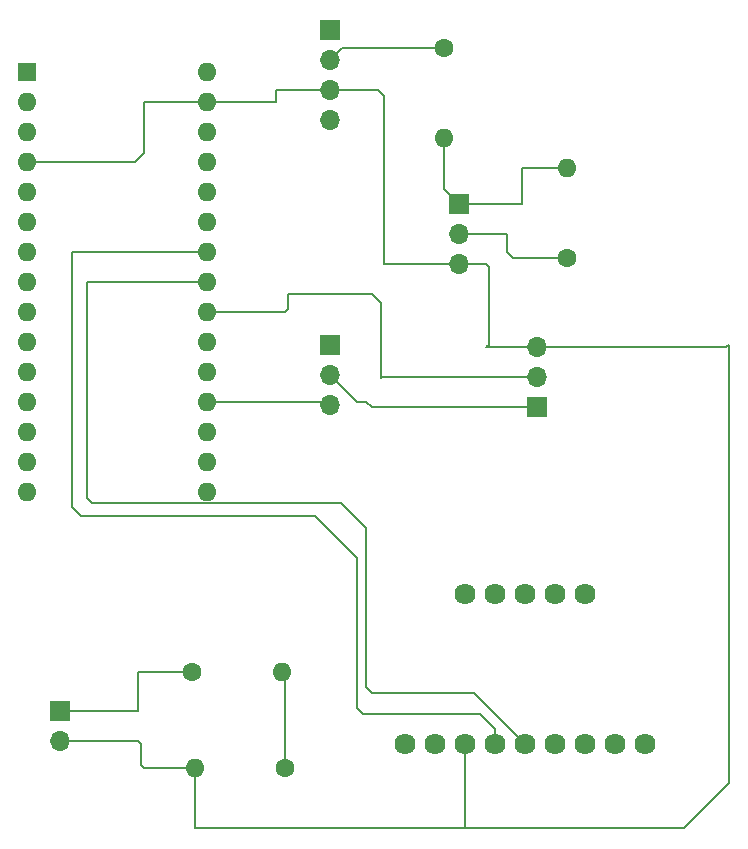
<source format=gtl>
%TF.GenerationSoftware,KiCad,Pcbnew,(6.0.2-0)*%
%TF.CreationDate,2023-03-25T20:23:26-04:00*%
%TF.ProjectId,SensorNode_PCB,53656e73-6f72-44e6-9f64-655f5043422e,v01*%
%TF.SameCoordinates,Original*%
%TF.FileFunction,Copper,L1,Top*%
%TF.FilePolarity,Positive*%
%FSLAX46Y46*%
G04 Gerber Fmt 4.6, Leading zero omitted, Abs format (unit mm)*
G04 Created by KiCad (PCBNEW (6.0.2-0)) date 2023-03-25 20:23:26*
%MOMM*%
%LPD*%
G01*
G04 APERTURE LIST*
%TA.AperFunction,ComponentPad*%
%ADD10R,1.600000X1.600000*%
%TD*%
%TA.AperFunction,ComponentPad*%
%ADD11O,1.600000X1.600000*%
%TD*%
%TA.AperFunction,ComponentPad*%
%ADD12R,1.700000X1.700000*%
%TD*%
%TA.AperFunction,ComponentPad*%
%ADD13O,1.700000X1.700000*%
%TD*%
%TA.AperFunction,ComponentPad*%
%ADD14C,1.600000*%
%TD*%
%TA.AperFunction,ComponentPad*%
%ADD15C,1.782000*%
%TD*%
%TA.AperFunction,Conductor*%
%ADD16C,0.200000*%
%TD*%
G04 APERTURE END LIST*
D10*
%TO.P,Nano1,1,D1/TX*%
%TO.N,unconnected-(Nano1-Pad1)*%
X134366000Y-53594000D03*
D11*
%TO.P,Nano1,2,D0/RX*%
%TO.N,unconnected-(Nano1-Pad2)*%
X134366000Y-56134000D03*
%TO.P,Nano1,3,~{RESET}*%
%TO.N,unconnected-(Nano1-Pad3)*%
X134366000Y-58674000D03*
%TO.P,Nano1,4,GND*%
%TO.N,Net-(Accelerometer1-Pad3)*%
X134366000Y-61214000D03*
%TO.P,Nano1,5,D2*%
%TO.N,unconnected-(Nano1-Pad5)*%
X134366000Y-63754000D03*
%TO.P,Nano1,6,~D3*%
%TO.N,unconnected-(Nano1-Pad6)*%
X134366000Y-66294000D03*
%TO.P,Nano1,7,D4*%
%TO.N,Net-(Nano1-Pad7)*%
X134366000Y-68834000D03*
%TO.P,Nano1,8,~D5*%
%TO.N,unconnected-(Nano1-Pad8)*%
X134366000Y-71374000D03*
%TO.P,Nano1,9,~D6*%
%TO.N,unconnected-(Nano1-Pad9)*%
X134366000Y-73914000D03*
%TO.P,Nano1,10,D7*%
%TO.N,unconnected-(Nano1-Pad10)*%
X134366000Y-76454000D03*
%TO.P,Nano1,11,D8*%
%TO.N,unconnected-(Nano1-Pad11)*%
X134366000Y-78994000D03*
%TO.P,Nano1,12,~D9*%
%TO.N,unconnected-(Nano1-Pad12)*%
X134366000Y-81534000D03*
%TO.P,Nano1,13,~D10*%
%TO.N,unconnected-(Nano1-Pad13)*%
X134366000Y-84074000D03*
%TO.P,Nano1,14,~D11*%
%TO.N,unconnected-(Nano1-Pad14)*%
X134366000Y-86614000D03*
%TO.P,Nano1,15,D12*%
%TO.N,unconnected-(Nano1-Pad15)*%
X134366000Y-89154000D03*
%TO.P,Nano1,16,D13*%
%TO.N,unconnected-(Nano1-Pad16)*%
X149606000Y-89154000D03*
%TO.P,Nano1,17,3V3*%
%TO.N,unconnected-(Nano1-Pad17)*%
X149606000Y-86614000D03*
%TO.P,Nano1,18,AREF*%
%TO.N,unconnected-(Nano1-Pad18)*%
X149606000Y-84074000D03*
%TO.P,Nano1,19,A0/D14*%
%TO.N,Net-(Nano1-Pad19)*%
X149606000Y-81534000D03*
%TO.P,Nano1,20,A1/D15*%
%TO.N,Net-(FluidL1-Pad2)*%
X149606000Y-78994000D03*
%TO.P,Nano1,21,A2/D16*%
%TO.N,Net-(Nano1-Pad21)*%
X149606000Y-76454000D03*
%TO.P,Nano1,22,A3/D17*%
%TO.N,Net-(Nano1-Pad22)*%
X149606000Y-73914000D03*
%TO.P,Nano1,23,A4/D18*%
%TO.N,Net-(Accelerometer1-Pad5)*%
X149606000Y-71374000D03*
%TO.P,Nano1,24,A5/D19*%
%TO.N,Net-(Accelerometer1-Pad4)*%
X149606000Y-68834000D03*
%TO.P,Nano1,25,A6/D20*%
%TO.N,unconnected-(Nano1-Pad25)*%
X149606000Y-66294000D03*
%TO.P,Nano1,26,A7/D21*%
%TO.N,unconnected-(Nano1-Pad26)*%
X149606000Y-63754000D03*
%TO.P,Nano1,27,+5V*%
%TO.N,Net-(Nano1-Pad27)*%
X149606000Y-61214000D03*
%TO.P,Nano1,28,~{RESET}*%
%TO.N,unconnected-(Nano1-Pad28)*%
X149606000Y-58674000D03*
%TO.P,Nano1,29,GND*%
%TO.N,Net-(Accelerometer1-Pad3)*%
X149606000Y-56134000D03*
%TO.P,Nano1,30,VIN*%
%TO.N,unconnected-(Nano1-Pad30)*%
X149606000Y-53594000D03*
%TD*%
D12*
%TO.P,B_levels1,1,Sig*%
%TO.N,Net-(B_levels1-Pad1)*%
X137160000Y-107696000D03*
D13*
%TO.P,B_levels1,2,GND*%
%TO.N,Net-(Accelerometer1-Pad3)*%
X137160000Y-110236000D03*
%TD*%
D14*
%TO.P,R1,1*%
%TO.N,Net-(FluidL1-Pad2)*%
X169672000Y-51562000D03*
D11*
%TO.P,R1,2*%
%TO.N,Net-(Nano1-Pad27)*%
X169672000Y-59182000D03*
%TD*%
D12*
%TO.P,FluidL1,1,Pin_1*%
%TO.N,unconnected-(FluidL1-Pad1)*%
X160020000Y-50038000D03*
D13*
%TO.P,FluidL1,2,SIG*%
%TO.N,Net-(FluidL1-Pad2)*%
X160020000Y-52578000D03*
%TO.P,FluidL1,3,GND*%
%TO.N,Net-(Accelerometer1-Pad3)*%
X160020000Y-55118000D03*
%TO.P,FluidL1,4,Pin_4*%
%TO.N,unconnected-(FluidL1-Pad4)*%
X160020000Y-57658000D03*
%TD*%
D12*
%TO.P,Pulse1,1,GND*%
%TO.N,Net-(Accelerometer1-Pad3)*%
X160020000Y-76708000D03*
D13*
%TO.P,Pulse1,2,VIN*%
%TO.N,Net-(Nano1-Pad27)*%
X160020000Y-79248000D03*
%TO.P,Pulse1,3,SIG*%
%TO.N,Net-(Nano1-Pad19)*%
X160020000Y-81788000D03*
%TD*%
D14*
%TO.P,R4,1*%
%TO.N,Net-(Nano1-Pad7)*%
X180086000Y-69342000D03*
D11*
%TO.P,R4,2*%
%TO.N,Net-(Nano1-Pad27)*%
X180086000Y-61722000D03*
%TD*%
D15*
%TO.P,Accelerometer1,1,Vin*%
%TO.N,Net-(Nano1-Pad27)*%
X166370000Y-110490000D03*
%TO.P,Accelerometer1,2,3Vo*%
%TO.N,unconnected-(Accelerometer1-Pad2)*%
X168910000Y-110490000D03*
%TO.P,Accelerometer1,3,GND*%
%TO.N,Net-(Accelerometer1-Pad3)*%
X171450000Y-110490000D03*
%TO.P,Accelerometer1,4,SCL*%
%TO.N,Net-(Accelerometer1-Pad4)*%
X173990000Y-110490000D03*
%TO.P,Accelerometer1,5,SDA*%
%TO.N,Net-(Accelerometer1-Pad5)*%
X176530000Y-110490000D03*
%TO.P,Accelerometer1,6,Do*%
%TO.N,unconnected-(Accelerometer1-Pad6)*%
X179070000Y-110490000D03*
%TO.P,Accelerometer1,7,CS*%
%TO.N,unconnected-(Accelerometer1-Pad7)*%
X181610000Y-110490000D03*
%TO.P,Accelerometer1,8,I1*%
%TO.N,unconnected-(Accelerometer1-Pad8)*%
X184150000Y-110490000D03*
%TO.P,Accelerometer1,9,I2*%
%TO.N,unconnected-(Accelerometer1-Pad9)*%
X186690000Y-110490000D03*
%TO.P,Accelerometer1,10,SCX*%
%TO.N,unconnected-(Accelerometer1-Pad10)*%
X171450000Y-97790000D03*
%TO.P,Accelerometer1,11,SDX*%
%TO.N,unconnected-(Accelerometer1-Pad11)*%
X173990000Y-97790000D03*
%TO.P,Accelerometer1,12,CS*%
%TO.N,unconnected-(Accelerometer1-Pad12)*%
X176530000Y-97790000D03*
%TO.P,Accelerometer1,13,D0*%
%TO.N,unconnected-(Accelerometer1-Pad13)*%
X179070000Y-97790000D03*
%TO.P,Accelerometer1,14,GND*%
%TO.N,unconnected-(Accelerometer1-Pad14)*%
X181610000Y-97790000D03*
%TD*%
D14*
%TO.P,R2,1*%
%TO.N,Net-(B_levels1-Pad1)*%
X148336000Y-104394000D03*
D11*
%TO.P,R2,2*%
%TO.N,Net-(Nano1-Pad21)*%
X155956000Y-104394000D03*
%TD*%
D14*
%TO.P,R3,1*%
%TO.N,Net-(Nano1-Pad21)*%
X156210000Y-112522000D03*
D11*
%TO.P,R3,2*%
%TO.N,Net-(Accelerometer1-Pad3)*%
X148590000Y-112522000D03*
%TD*%
D12*
%TO.P,BodyT1,1,Vin*%
%TO.N,Net-(Nano1-Pad27)*%
X170942000Y-64770000D03*
D13*
%TO.P,BodyT1,2,SIG*%
%TO.N,Net-(Nano1-Pad7)*%
X170942000Y-67310000D03*
%TO.P,BodyT1,3,GND*%
%TO.N,Net-(Accelerometer1-Pad3)*%
X170942000Y-69850000D03*
%TD*%
D12*
%TO.P,Pressure1,1,VIN*%
%TO.N,Net-(Nano1-Pad27)*%
X177546000Y-82027000D03*
D13*
%TO.P,Pressure1,2,SIG*%
%TO.N,Net-(Nano1-Pad22)*%
X177546000Y-79487000D03*
%TO.P,Pressure1,3,GND*%
%TO.N,Net-(Accelerometer1-Pad3)*%
X177546000Y-76947000D03*
%TD*%
D16*
%TO.N,Net-(Nano1-Pad27)*%
X176276000Y-61722000D02*
X176276000Y-64770000D01*
X162306000Y-81534000D02*
X163068000Y-81534000D01*
X176276000Y-64770000D02*
X170942000Y-64770000D01*
X163561000Y-82027000D02*
X177546000Y-82027000D01*
X160020000Y-79248000D02*
X162306000Y-81534000D01*
X169672000Y-63500000D02*
X170942000Y-64770000D01*
X169672000Y-59182000D02*
X169672000Y-63500000D01*
X163068000Y-81534000D02*
X163561000Y-82027000D01*
X180086000Y-61722000D02*
X176276000Y-61722000D01*
%TO.N,Net-(Accelerometer1-Pad3)*%
X143510000Y-61214000D02*
X144272000Y-60452000D01*
X143764000Y-110236000D02*
X144018000Y-110490000D01*
X144272000Y-56134000D02*
X149606000Y-56134000D01*
X173482000Y-76708000D02*
X173243000Y-76947000D01*
X134366000Y-61214000D02*
X143510000Y-61214000D01*
X171450000Y-110490000D02*
X171450000Y-117602000D01*
X149606000Y-56134000D02*
X155448000Y-56134000D01*
X160020000Y-55118000D02*
X164084000Y-55118000D01*
X193802000Y-76708000D02*
X193563000Y-76947000D01*
X155448000Y-55118000D02*
X160020000Y-55118000D01*
X173243000Y-76947000D02*
X177546000Y-76947000D01*
X193563000Y-76947000D02*
X177546000Y-76947000D01*
X148590000Y-117602000D02*
X171450000Y-117602000D01*
X173482000Y-70104000D02*
X173482000Y-76708000D01*
X155448000Y-56134000D02*
X155448000Y-55118000D01*
X164592000Y-69850000D02*
X170942000Y-69850000D01*
X137160000Y-110236000D02*
X143764000Y-110236000D01*
X189992000Y-117602000D02*
X193802000Y-113792000D01*
X144018000Y-112268000D02*
X144272000Y-112522000D01*
X144272000Y-60452000D02*
X144272000Y-56134000D01*
X193802000Y-113792000D02*
X193802000Y-76708000D01*
X164592000Y-55626000D02*
X164592000Y-69850000D01*
X170942000Y-69850000D02*
X173228000Y-69850000D01*
X144272000Y-112522000D02*
X148590000Y-112522000D01*
X144018000Y-110490000D02*
X144018000Y-112268000D01*
X148590000Y-112522000D02*
X148590000Y-117602000D01*
X164084000Y-55118000D02*
X164592000Y-55626000D01*
X173228000Y-69850000D02*
X173482000Y-70104000D01*
X171450000Y-117602000D02*
X189992000Y-117602000D01*
%TO.N,Net-(Accelerometer1-Pad4)*%
X173990000Y-109220000D02*
X172720000Y-107950000D01*
X162306000Y-107442000D02*
X162306000Y-94742000D01*
X138938000Y-91186000D02*
X138176000Y-90424000D01*
X138176000Y-68834000D02*
X149606000Y-68834000D01*
X172720000Y-107950000D02*
X162814000Y-107950000D01*
X162814000Y-107950000D02*
X162306000Y-107442000D01*
X138176000Y-90424000D02*
X138176000Y-68834000D01*
X173990000Y-110490000D02*
X173990000Y-109220000D01*
X162306000Y-94742000D02*
X158750000Y-91186000D01*
X158750000Y-91186000D02*
X138938000Y-91186000D01*
%TO.N,Net-(Accelerometer1-Pad5)*%
X139446000Y-89662000D02*
X139446000Y-71374000D01*
X139446000Y-71374000D02*
X149606000Y-71374000D01*
X172212000Y-106172000D02*
X163576000Y-106172000D01*
X176530000Y-110490000D02*
X172212000Y-106172000D01*
X163068000Y-92202000D02*
X160970311Y-90104311D01*
X163576000Y-106172000D02*
X163068000Y-105664000D01*
X139888311Y-90104311D02*
X139446000Y-89662000D01*
X160970311Y-90104311D02*
X139888311Y-90104311D01*
X163068000Y-105664000D02*
X163068000Y-92202000D01*
%TO.N,Net-(Nano1-Pad7)*%
X175006000Y-68834000D02*
X175006000Y-67310000D01*
X175006000Y-67310000D02*
X170942000Y-67310000D01*
X180086000Y-69342000D02*
X175514000Y-69342000D01*
X175514000Y-69342000D02*
X175006000Y-68834000D01*
%TO.N,Net-(FluidL1-Pad2)*%
X161036000Y-51562000D02*
X160020000Y-52578000D01*
X169672000Y-51562000D02*
X161036000Y-51562000D01*
%TO.N,Net-(Nano1-Pad22)*%
X164353000Y-79487000D02*
X177546000Y-79487000D01*
X163576000Y-72390000D02*
X164338000Y-73152000D01*
X156210000Y-73914000D02*
X156464000Y-73660000D01*
X149606000Y-73914000D02*
X156210000Y-73914000D01*
X164338000Y-73152000D02*
X164338000Y-79502000D01*
X156464000Y-73660000D02*
X156464000Y-72390000D01*
X156464000Y-72390000D02*
X163576000Y-72390000D01*
X164338000Y-79502000D02*
X164353000Y-79487000D01*
%TO.N,Net-(Nano1-Pad19)*%
X149606000Y-81534000D02*
X159766000Y-81534000D01*
X159766000Y-81534000D02*
X160020000Y-81788000D01*
%TO.N,Net-(B_levels1-Pad1)*%
X143764000Y-107696000D02*
X143764000Y-104394000D01*
X143764000Y-104394000D02*
X148336000Y-104394000D01*
X137160000Y-107696000D02*
X143764000Y-107696000D01*
%TO.N,Net-(Nano1-Pad21)*%
X156210000Y-112522000D02*
X156210000Y-104648000D01*
X156210000Y-104648000D02*
X155956000Y-104394000D01*
%TD*%
M02*

</source>
